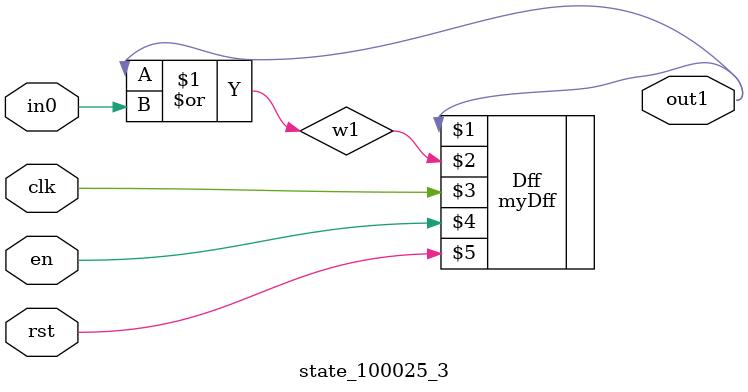
<source format=v>
module engine_100025(out,clk,sod,en,char);
//pcre: /-°[\da-fA-F]/smit
	input [7:0] char;
	input clk,sod,en;
	output out;

	charBlock_100025_0 BC_100025_0 (char_100025_0,char);
	charBlock_100025_1 BC_100025_1 (char_100025_1,char);

	state_100025_0 St_0 (y1,~y3,clk,en,sod);
	 charBlock_100025_100000 cB (y3,char);
	assign w0 = ~y1;
	state_100025_1 BS_100025_1 (w1,char_100025_0,clk,en,sod,w0);
	state_100025_2 BS_100025_2 (w2,char_100025_1,clk,en,sod,w1);
	state_100025_3 BS_100025_3 (out,clk,en,sod,w2);
endmodule

module charBlock_100025_0(out, char);
// Char: -
	input [7:0] char;
	output out;
	assign out = (char == 8'b101101) ? 1'b1 : 1'b0;
endmodule

module charBlock_100025_1(out, char);
// Char class: [\d\z6166\z4146]
	input [7:0] char;
	output out;
	assign out = (0 || (char >= 8'b00110000 && char <= 8'b00111001)|| (char >= 8'b1100001 && char <= 8'b1100110)|| (char >= 8'b1000001 && char <= 8'b1000110)|| (char == 8'b110110)|| (char == 8'b110110)|| (char >= 8'b1000001 && char <= 8'b1000110)|| (char >= 8'b1100001 && char <= 8'b1100110)|| (char == 8'b110100)|| (char == 8'b110110)) ? 1'b1 : 1'b0;
endmodule

module charBlock_100025_100000(out, char);
// Hex: a
	input [7:0] char;
	output out;
	assign out = (char == 8'b1010) ? 1 : 0;
endmodule

module state_100025_0(out1,in1,clk,en,rst);
	input in1,clk,rst,en;
	output out1;
	myDff Dff (out1,in1,clk,en,rst);
endmodule

module state_100025_1(out1,in_char,clk,en,rst,in0);
	input in_char,clk,en,rst,in0;
	output out1;
	wire w1,w2;
	or(w1,in0);
	and(w2,in_char,w1);
	myDff Dff (out1,w2,clk,en,rst);
endmodule

module state_100025_2(out1,in_char,clk,en,rst,in0);
	input in_char,clk,en,rst,in0;
	output out1;
	wire w1,w2;
	or(w1,in0);
	and(w2,in_char,w1);
	myDff Dff (out1,w2,clk,en,rst);
endmodule

module state_100025_3(out1,clk,en,rst,in0);
	input clk,rst,en,in0;
	output out1;
	wire w1;
	or(w1,out1,in0);
	myDff Dff (out1,w1,clk,en,rst);
endmodule


</source>
